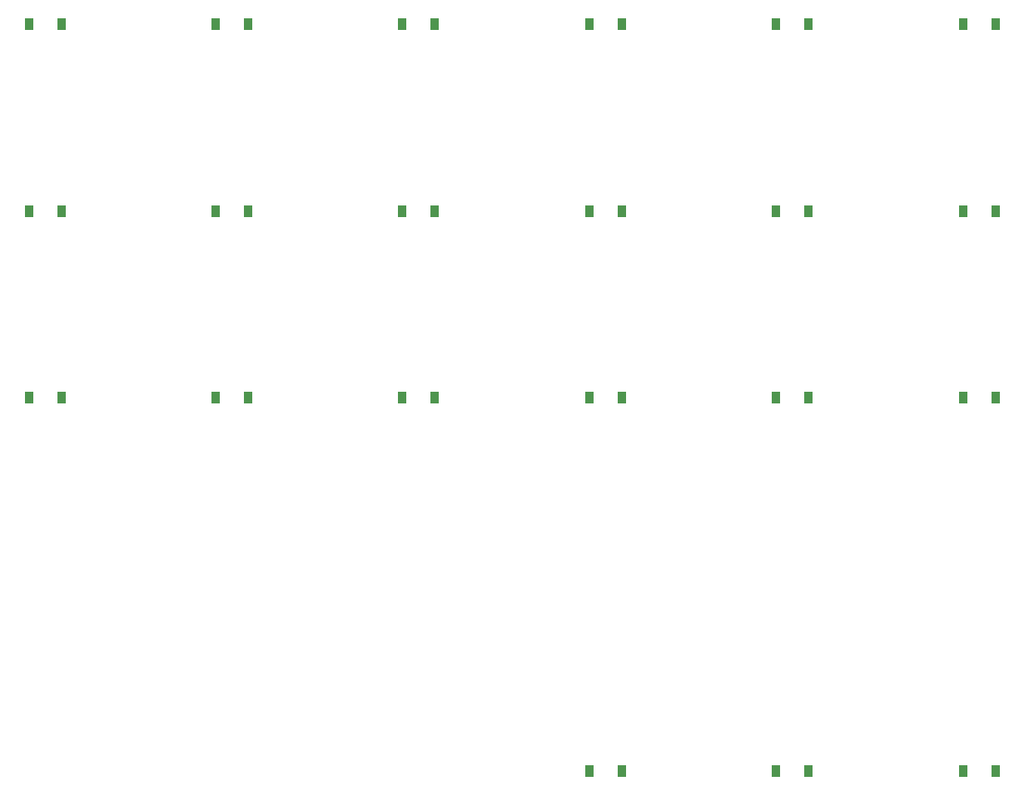
<source format=gbr>
%TF.GenerationSoftware,KiCad,Pcbnew,9.0.4*%
%TF.CreationDate,2025-09-30T09:24:18+02:00*%
%TF.ProjectId,left-finished,6c656674-2d66-4696-9e69-736865642e6b,v1.0.0*%
%TF.SameCoordinates,Original*%
%TF.FileFunction,Paste,Top*%
%TF.FilePolarity,Positive*%
%FSLAX46Y46*%
G04 Gerber Fmt 4.6, Leading zero omitted, Abs format (unit mm)*
G04 Created by KiCad (PCBNEW 9.0.4) date 2025-09-30 09:24:18*
%MOMM*%
%LPD*%
G01*
G04 APERTURE LIST*
%ADD10R,0.900000X1.200000*%
G04 APERTURE END LIST*
D10*
%TO.C,D1*%
X100350000Y-117000000D03*
X103650000Y-117000000D03*
%TD*%
%TO.C,D20*%
X195350000Y-98000000D03*
X198650000Y-98000000D03*
%TD*%
%TO.C,D19*%
X195350000Y-117000000D03*
X198650000Y-117000000D03*
%TD*%
%TO.C,D3*%
X100350000Y-79000000D03*
X103650000Y-79000000D03*
%TD*%
%TO.C,D2*%
X100350000Y-98000000D03*
X103650000Y-98000000D03*
%TD*%
%TO.C,D9*%
X138350000Y-79000000D03*
X141650000Y-79000000D03*
%TD*%
%TO.C,D10*%
X157350000Y-155000000D03*
X160650000Y-155000000D03*
%TD*%
%TO.C,D7*%
X138350000Y-117000000D03*
X141650000Y-117000000D03*
%TD*%
%TO.C,D4*%
X119350000Y-117000000D03*
X122650000Y-117000000D03*
%TD*%
%TO.C,D13*%
X157350000Y-79000000D03*
X160650000Y-79000000D03*
%TD*%
%TO.C,D16*%
X176350000Y-98000000D03*
X179650000Y-98000000D03*
%TD*%
%TO.C,D21*%
X195350000Y-79000000D03*
X198650000Y-79000000D03*
%TD*%
%TO.C,D11*%
X157350000Y-117000000D03*
X160650000Y-117000000D03*
%TD*%
%TO.C,D8*%
X138350000Y-98000000D03*
X141650000Y-98000000D03*
%TD*%
%TO.C,D18*%
X195350000Y-155000000D03*
X198650000Y-155000000D03*
%TD*%
%TO.C,D17*%
X176350000Y-79000000D03*
X179650000Y-79000000D03*
%TD*%
%TO.C,D15*%
X176350000Y-117000000D03*
X179650000Y-117000000D03*
%TD*%
%TO.C,D5*%
X119350000Y-98000000D03*
X122650000Y-98000000D03*
%TD*%
%TO.C,D14*%
X176350000Y-155000000D03*
X179650000Y-155000000D03*
%TD*%
%TO.C,D6*%
X119350000Y-79000000D03*
X122650000Y-79000000D03*
%TD*%
%TO.C,D12*%
X157350000Y-98000000D03*
X160650000Y-98000000D03*
%TD*%
M02*

</source>
